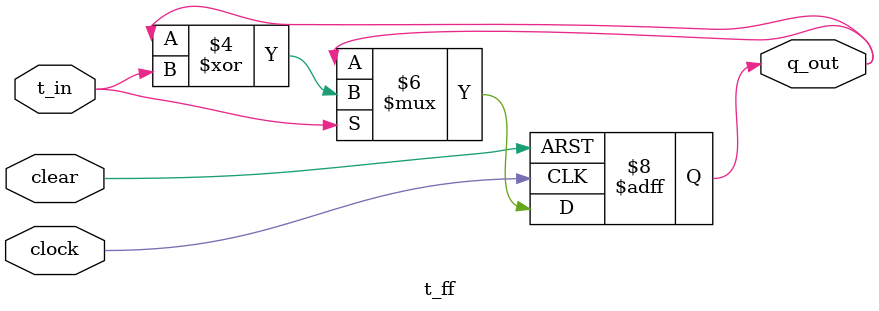
<source format=v>
/*
 * Title: Creating Behavioral Module and Test Bench
 * This is a behavioral model design for an eight bit counter.
 *
 * Authors: Steven Jennings, Scott Allen
 * Date: 15 March 2017
 * Copyright (C) 2017 Steven Jennings
 */

module eight_bit_counter(count_out, enable, clock, clear);
	// I/O declaration
	output [7:0] count_out;
	reg [7:0] temp;
	input enable, clock, clear;
	wire w6, w5, w4, w3, w2, w1, w0;
	
	assign w0 = count_out[0] & enable;
	assign w1 = count_out[1] & w0;
	assign w2 = count_out[2] & w1;
	assign w3 = count_out[3] & w2;
	assign w4 = count_out[4] & w3;
	assign w5 = count_out[5] & w4;
	assign w6 = count_out[6] & w5;
	
	// Instantiate T Flip Flops
	t_ff t0(count_out[0], enable, clock, clear);
	t_ff t1(count_out[1], w0, clock, clear);
	t_ff t2(count_out[2], w1, clock, clear);
	t_ff t3(count_out[3], w2, clock, clear);
	t_ff t4(count_out[4], w3, clock, clear);
	t_ff t5(count_out[5], w4, clock, clear);
	t_ff t6(count_out[6], w5, clock, clear);
	t_ff t7(count_out[7], w6, clock, clear);

endmodule

module t_ff(q_out, t_in, clock, clear);
	// I/O declaration
	output reg q_out;
	input t_in, clock, clear;
	
	// Initialize q = 0
	initial begin
		q_out = 1'b0;
	end
	
	// Set output to 0 if clear = 1
	// Toggle output if T = 1
	always@(posedge clock, negedge clear) begin
		if (~clear) begin
			q_out <= 1'b0;
		end
		else if (t_in == 1) begin
			q_out <= q_out ^ t_in;
		end
	end
endmodule

/*module stimulus_counter;
	reg clear, enable, clock;
	wire [7:0] count_out;
	
	//Instantiate the eight-bit synchronous counter
	eight_bit_counter s1(count_out, enable, clock, clear);
	
	initial begin
		$monitor("At time ", $time, " clear = %b, and count = %h\n", clear, enable, count_out);
		#2700 $finish;
	end
	
	//Initialize the inputs clear and enable
	initial begin
		clear = 0;
		enable = 0;
		#10 clear = 1;
		#20 enable = 1;
		#2600 clear = 0;
	end
	
	//Create clock
	initial begin
		clock = 1'b0;
	end
	
	always begin
		#5 clock = ~clock;
	end
endmodule*/

</source>
